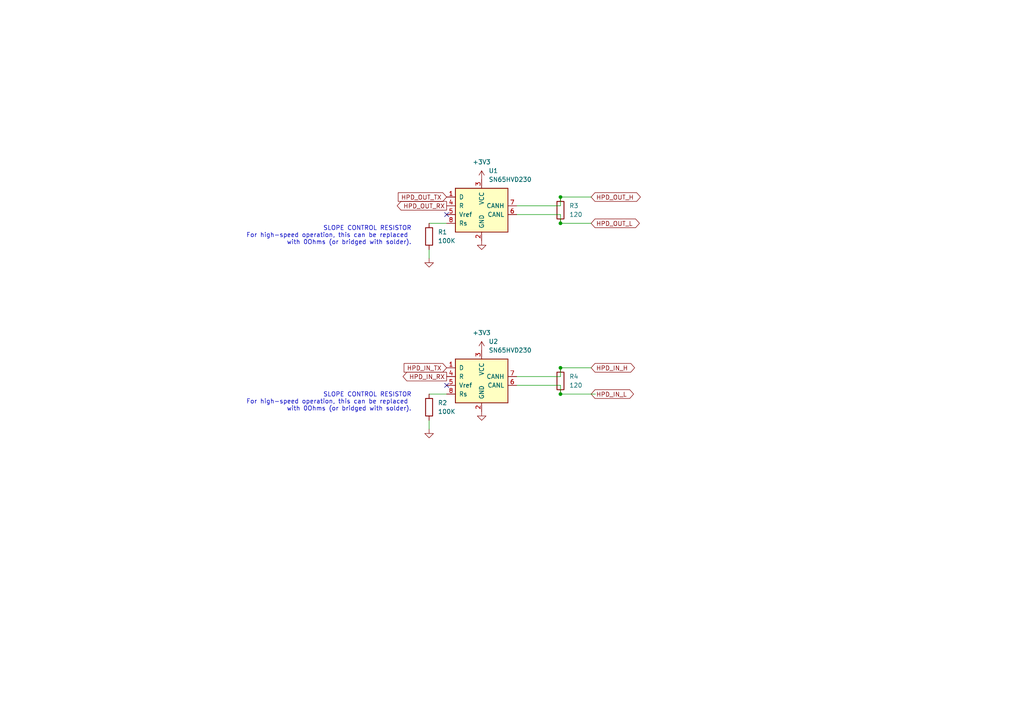
<source format=kicad_sch>
(kicad_sch (version 20211123) (generator eeschema)
  (paper "A4")
  (lib_symbols
    (symbol "Device:R" (pin_numbers hide) (pin_names (offset 0))
      (property "Reference" "R" (at 2.032 0 90))
      (property "Value" "R" (at 0 0 90))
      (symbol "R_0_1"
        (rectangle (start -1.016 -2.54) (end 1.016 2.54) (stroke (width 0.254)))
      )
      (symbol "R_1_1"
        (pin passive line (at 0 3.81 270) (length 1.27) (name "~") (number "1"))
        (pin passive line (at 0 -3.81 90) (length 1.27) (name "~") (number "2"))
      )
    )
    (symbol "Interface_CAN_LIN:SN65HVD230" (pin_names (offset 1.016))
      (property "Reference" "U" (at -2.54 10.16 0))
      (property "Value" "SN65HVD230" (at -2.54 7.62 0))
      (symbol "SN65HVD230_0_1"
        (rectangle (start -7.62 5.08) (end 7.62 -7.62) (stroke (width 0.254)) (fill (type background)))
      )
      (symbol "SN65HVD230_1_1"
        (pin input line (at -10.16 2.54 0) (length 2.54) (name "D") (number "1"))
        (pin power_in line (at 0 -10.16 90) (length 2.54) (name "GND") (number "2"))
        (pin power_in line (at 0 7.62 270) (length 2.54) (name "VCC") (number "3"))
        (pin output line (at -10.16 0 0) (length 2.54) (name "R") (number "4"))
        (pin output line (at -10.16 -2.54 0) (length 2.54) (name "Vref") (number "5"))
        (pin bidirectional line (at 10.16 -2.54 180) (length 2.54) (name "CANL") (number "6"))
        (pin bidirectional line (at 10.16 0 180) (length 2.54) (name "CANH") (number "7"))
        (pin input line (at -10.16 -5.08 0) (length 2.54) (name "Rs") (number "8"))
      )
    )
    (symbol "power:+3V3" (power) (pin_names (offset 0))
      (property "Value" "+3V3" (at 0 3.556 0))
      (symbol "+3V3_0_1"
        (polyline (pts (xy -0.762 1.27) (xy 0 2.54)))
        (polyline (pts (xy 0 0) (xy 0 2.54)))
        (polyline (pts (xy 0 2.54) (xy 0.762 1.27)))
      )
      (symbol "+3V3_1_1"
        (pin power_in line (at 0 0 90) (length 0) hide (name "+3V3") (number "1"))
      )
    )
    (symbol "power:GND" (power) (pin_names (offset 0))
      (property "Value" "GND" (at 0 -3.81 0))
      (symbol "GND_0_1"
        (polyline (pts (xy 0 0) (xy 0 -1.27) (xy 1.27 -1.27) (xy 0 -2.54) (xy -1.27 -1.27) (xy 0 -1.27)))
      )
      (symbol "GND_1_1"
        (pin power_in line (at 0 0 270) (length 0) hide (name "GND") (number "1"))
      )
    )
  )
  (junction (at 162.56 57.15))
  (junction (at 162.56 114.3))
  (junction (at 162.56 106.68))
  (junction (at 162.56 64.77))
  (no_connect (at 129.54 111.76))
  (no_connect (at 129.54 62.23))
  (wire (pts (xy 162.56 59.69) (xy 162.56 57.15)))
  (wire (pts (xy 162.56 62.23) (xy 149.86 62.23)))
  (wire (pts (xy 162.56 57.15) (xy 171.45 57.15)))
  (wire (pts (xy 162.56 64.77) (xy 171.45 64.77)))
  (wire (pts (xy 162.56 114.3) (xy 162.56 111.76)))
  (wire (pts (xy 162.56 106.68) (xy 171.45 106.68)))
  (wire (pts (xy 124.46 114.3) (xy 129.54 114.3)))
  (wire (pts (xy 149.86 59.69) (xy 162.56 59.69)))
  (wire (pts (xy 162.56 114.3) (xy 172.72 114.3)))
  (wire (pts (xy 124.46 64.77) (xy 129.54 64.77)))
  (wire (pts (xy 124.46 121.92) (xy 124.46 124.46)))
  (wire (pts (xy 162.56 111.76) (xy 149.86 111.76)))
  (wire (pts (xy 124.46 72.39) (xy 124.46 74.93)))
  (wire (pts (xy 162.56 64.77) (xy 162.56 62.23)))
  (wire (pts (xy 162.56 109.22) (xy 162.56 106.68)))
  (wire (pts (xy 149.86 109.22) (xy 162.56 109.22)))
  (text "SLOPE CONTROL RESISTOR\nFor high-speed operation, this can be replaced \nwith 0Ohms (or bridged with solder)." (at 119.38 119.38 0) (effects (font (size 1.27 1.27)) (justify right bottom)))
  (text "SLOPE CONTROL RESISTOR\nFor high-speed operation, this can be replaced \nwith 0Ohms (or bridged with solder)." (at 119.38 71.12 0) (effects (font (size 1.27 1.27)) (justify right bottom)))
  (global_label "HPD_OUT_TX" (shape input) (at 129.54 57.15 180) (property "Intersheet References" "${INTERSHEET_REFS}" (effects hide)))
  (global_label "HPD_OUT_RX" (shape output) (at 129.54 59.69 180) (property "Intersheet References" "${INTERSHEET_REFS}" (effects hide)))
  (global_label "HPD_IN_L" (shape bidirectional) (at 171.45 114.3 0) (property "Intersheet References" "${INTERSHEET_REFS}" (effects hide)))
  (global_label "HPD_IN_H" (shape bidirectional) (at 171.45 106.68 0) (property "Intersheet References" "${INTERSHEET_REFS}" (effects hide)))
  (global_label "HPD_IN_RX" (shape output) (at 129.54 109.22 180) (property "Intersheet References" "${INTERSHEET_REFS}" (effects hide)))
  (global_label "HPD_OUT_L" (shape bidirectional) (at 171.45 64.77 0) (property "Intersheet References" "${INTERSHEET_REFS}" (effects hide)))
  (global_label "HPD_OUT_H" (shape bidirectional) (at 171.45 57.15 0) (property "Intersheet References" "${INTERSHEET_REFS}" (effects hide)))
  (global_label "HPD_IN_TX" (shape input) (at 129.54 106.68 180) (property "Intersheet References" "${INTERSHEET_REFS}" (effects hide)))
  (symbol (lib_id "power:GND") (at 139.7 119.38 0) (unit 1)
    (property "Reference" "#PWR06" (effects hide))
    (property "Value" "GND" (effects hide))
  )
  (symbol (lib_id "Interface_CAN_LIN:SN65HVD230") (at 139.7 109.22 0) (unit 1)
    (property "Reference" "U2" (at 141.7194 99.06 0) (effects (justify left)))
    (property "Value" "SN65HVD230" (at 141.7194 101.6 0) (effects (justify left)))
    (property "Footprint" "Package_SO:SOIC-8_3.9x4.9mm_P1.27mm" (effects hide))
    (property "Datasheet" "http://www.ti.com/lit/ds/symlink/sn65hvd230.pdf" (effects hide))
  )
  (symbol (lib_id "power:+3V3") (at 139.7 52.07 0) (unit 1)
    (property "Reference" "#PWR03" (effects hide))
    (property "Value" "+3V3" (at 139.7 46.99 0))
  )
  (symbol (lib_id "Device:R") (at 124.46 118.11 0) (unit 1)
    (property "Reference" "R2" (at 127 116.8399 0) (effects (justify left)))
    (property "Value" "100K" (at 127 119.3799 0) (effects (justify left)))
    (property "Footprint" "Resistor_SMD:R_0805_2012Metric" (effects hide))
  )
  (symbol (lib_id "Interface_CAN_LIN:SN65HVD230") (at 139.7 59.69 0) (unit 1)
    (property "Reference" "U1" (at 141.7194 49.53 0) (effects (justify left)))
    (property "Value" "SN65HVD230" (at 141.7194 52.07 0) (effects (justify left)))
    (property "Footprint" "Package_SO:SOIC-8_3.9x4.9mm_P1.27mm" (effects hide))
    (property "Datasheet" "http://www.ti.com/lit/ds/symlink/sn65hvd230.pdf" (effects hide))
  )
  (symbol (lib_id "power:GND") (at 139.7 69.85 0) (unit 1)
    (property "Reference" "#PWR04" (effects hide))
    (property "Value" "GND" (effects hide))
  )
  (symbol (lib_id "power:+3V3") (at 139.7 101.6 0) (unit 1)
    (property "Reference" "#PWR05" (effects hide))
    (property "Value" "+3V3" (at 139.7 96.52 0))
  )
  (symbol (lib_id "Device:R") (at 162.56 110.49 0) (unit 1)
    (property "Reference" "R4" (at 165.1 109.2199 0) (effects (justify left)))
    (property "Value" "120" (at 165.1 111.7599 0) (effects (justify left)))
    (property "Footprint" "Resistor_SMD:R_1206_3216Metric" (effects hide))
  )
  (symbol (lib_id "power:GND") (at 124.46 74.93 0) (unit 1)
    (property "Reference" "#PWR01" (effects hide))
    (property "Value" "GND" (effects hide))
  )
  (symbol (lib_id "Device:R") (at 124.46 68.58 0) (unit 1)
    (property "Reference" "R1" (at 127 67.3099 0) (effects (justify left)))
    (property "Value" "100K" (at 127 69.8499 0) (effects (justify left)))
    (property "Footprint" "Resistor_SMD:R_0805_2012Metric" (effects hide))
  )
  (symbol (lib_id "power:GND") (at 124.46 124.46 0) (unit 1)
    (property "Reference" "#PWR02" (effects hide))
    (property "Value" "GND" (effects hide))
  )
  (symbol (lib_id "Device:R") (at 162.56 60.96 0) (unit 1)
    (property "Reference" "R3" (at 165.1 59.6899 0) (effects (justify left)))
    (property "Value" "120" (at 165.1 62.2299 0) (effects (justify left)))
    (property "Footprint" "Resistor_SMD:R_1206_3216Metric" (effects hide))
  )
)
</source>
